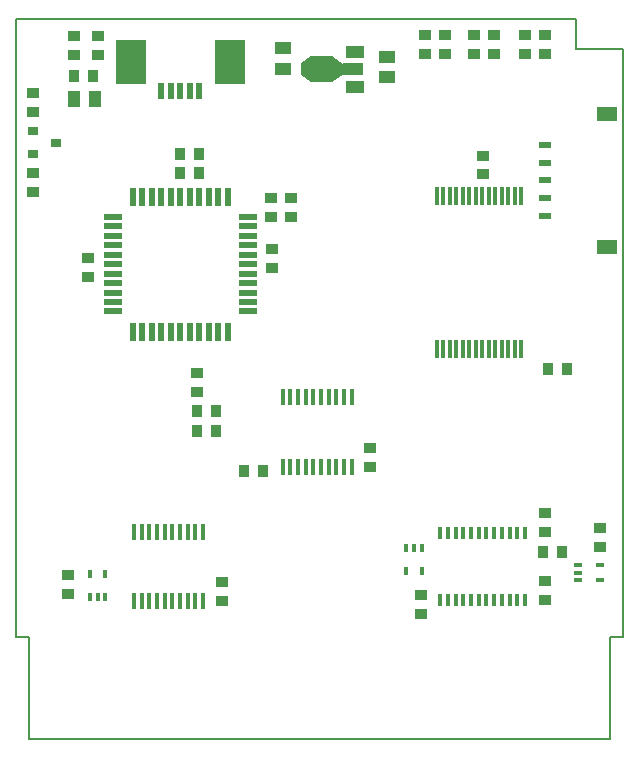
<source format=gbr>
G04 #@! TF.GenerationSoftware,KiCad,Pcbnew,5.0.0-rc2-unknown-01c2d93~65~ubuntu18.04.1*
G04 #@! TF.CreationDate,2018-07-04T16:37:19+03:00*
G04 #@! TF.ProjectId,GB-LIVE32,47422D4C49564533322E6B696361645F,v2.0*
G04 #@! TF.SameCoordinates,Original*
G04 #@! TF.FileFunction,Paste,Top*
G04 #@! TF.FilePolarity,Positive*
%FSLAX46Y46*%
G04 Gerber Fmt 4.6, Leading zero omitted, Abs format (unit mm)*
G04 Created by KiCad (PCBNEW 5.0.0-rc2-unknown-01c2d93~65~ubuntu18.04.1) date Wed Jul  4 16:37:19 2018*
%MOMM*%
%LPD*%
G01*
G04 APERTURE LIST*
%ADD10C,0.150000*%
%ADD11R,0.350000X1.500000*%
%ADD12R,1.000000X0.600000*%
%ADD13R,1.800000X1.250000*%
%ADD14R,1.400000X1.120000*%
%ADD15R,0.820000X1.000000*%
%ADD16R,1.000000X0.820000*%
%ADD17R,1.120000X1.400000*%
%ADD18R,0.900000X0.800000*%
%ADD19R,0.500000X1.400000*%
%ADD20R,2.500000X3.800000*%
%ADD21C,0.850000*%
%ADD22C,0.100000*%
%ADD23R,1.500000X1.000000*%
%ADD24R,1.800000X1.000000*%
%ADD25R,1.840000X2.200000*%
%ADD26C,1.000000*%
%ADD27R,0.550000X1.500000*%
%ADD28R,1.500000X0.550000*%
%ADD29R,0.400000X0.650000*%
%ADD30R,0.400000X1.100000*%
%ADD31R,0.450000X1.450000*%
%ADD32R,0.650000X0.400000*%
G04 APERTURE END LIST*
D10*
X121700000Y-41600000D02*
X125700000Y-41600000D01*
X121700000Y-39000000D02*
X121700000Y-41600000D01*
X125700000Y-41600000D02*
X125700000Y-91400000D01*
X74300000Y-39000000D02*
X121700000Y-39000000D01*
X74300000Y-91400000D02*
X74300000Y-39000000D01*
X124600000Y-91400000D02*
X125700000Y-91400000D01*
X75400000Y-91400000D02*
X74300000Y-91400000D01*
X124600000Y-91400000D02*
X124600000Y-100000000D01*
X75400000Y-100000000D02*
X124600000Y-100000000D01*
X75400000Y-91400000D02*
X75400000Y-100000000D01*
D11*
G04 #@! TO.C,U3*
X109925000Y-54050000D03*
X109925000Y-66950000D03*
X110475000Y-54050000D03*
X110475000Y-66950000D03*
X111025000Y-54050000D03*
X111025000Y-66950000D03*
X111575000Y-54050000D03*
X111575000Y-66950000D03*
X112125000Y-54050000D03*
X112125000Y-66950000D03*
X112675000Y-54050000D03*
X112675000Y-66950000D03*
X113225000Y-54050000D03*
X113225000Y-66950000D03*
X113775000Y-54050000D03*
X113775000Y-66950000D03*
X114325000Y-54050000D03*
X114325000Y-66950000D03*
X114875000Y-54050000D03*
X114875000Y-66950000D03*
X115425000Y-54050000D03*
X115425000Y-66950000D03*
X115975000Y-54050000D03*
X115975000Y-66950000D03*
X116525000Y-54050000D03*
X116525000Y-66950000D03*
X117075000Y-54050000D03*
X117075000Y-66950000D03*
G04 #@! TD*
D12*
G04 #@! TO.C,J1*
X119105000Y-49700000D03*
X119105000Y-51200000D03*
X119105000Y-52700000D03*
X119105000Y-54200000D03*
X119105000Y-55700000D03*
D13*
X124295000Y-47095000D03*
X124295000Y-58305000D03*
G04 #@! TD*
D14*
G04 #@! TO.C,C1*
X96900000Y-43280000D03*
X96900000Y-41520000D03*
G04 #@! TD*
D15*
G04 #@! TO.C,C2*
X89800000Y-52100000D03*
X88200000Y-52100000D03*
G04 #@! TD*
D14*
G04 #@! TO.C,C3*
X105700000Y-43980000D03*
X105700000Y-42220000D03*
G04 #@! TD*
D16*
G04 #@! TO.C,C4*
X97600000Y-55800000D03*
X97600000Y-54200000D03*
G04 #@! TD*
D15*
G04 #@! TO.C,C5*
X91200000Y-73900000D03*
X89600000Y-73900000D03*
G04 #@! TD*
D16*
G04 #@! TO.C,C6*
X80400000Y-59300000D03*
X80400000Y-60900000D03*
G04 #@! TD*
G04 #@! TO.C,C7*
X96000000Y-60100000D03*
X96000000Y-58500000D03*
G04 #@! TD*
G04 #@! TO.C,C8*
X113800000Y-52200000D03*
X113800000Y-50600000D03*
G04 #@! TD*
G04 #@! TO.C,C9*
X81200000Y-40500000D03*
X81200000Y-42100000D03*
G04 #@! TD*
D15*
G04 #@! TO.C,C10*
X80800000Y-43900000D03*
X79200000Y-43900000D03*
G04 #@! TD*
D17*
G04 #@! TO.C,C11*
X80980000Y-45800000D03*
X79220000Y-45800000D03*
G04 #@! TD*
D16*
G04 #@! TO.C,C12*
X78700000Y-86100000D03*
X78700000Y-87700000D03*
G04 #@! TD*
G04 #@! TO.C,C13*
X108600000Y-89400000D03*
X108600000Y-87800000D03*
G04 #@! TD*
G04 #@! TO.C,C14*
X91700000Y-88300000D03*
X91700000Y-86700000D03*
G04 #@! TD*
G04 #@! TO.C,C15*
X104300000Y-77000000D03*
X104300000Y-75400000D03*
G04 #@! TD*
G04 #@! TO.C,C16*
X119100000Y-80900000D03*
X119100000Y-82500000D03*
G04 #@! TD*
G04 #@! TO.C,C17*
X123700000Y-82100000D03*
X123700000Y-83700000D03*
G04 #@! TD*
G04 #@! TO.C,C18*
X119100000Y-88200000D03*
X119100000Y-86600000D03*
G04 #@! TD*
D18*
G04 #@! TO.C,D1*
X75700000Y-48550000D03*
X75700000Y-50450000D03*
X77700000Y-49500000D03*
G04 #@! TD*
D16*
G04 #@! TO.C,D2*
X110600000Y-40400000D03*
X110600000Y-42000000D03*
G04 #@! TD*
G04 #@! TO.C,D3*
X119100000Y-40400000D03*
X119100000Y-42000000D03*
G04 #@! TD*
G04 #@! TO.C,D4*
X114800000Y-40400000D03*
X114800000Y-42000000D03*
G04 #@! TD*
G04 #@! TO.C,F1*
X75700000Y-52100000D03*
X75700000Y-53700000D03*
G04 #@! TD*
G04 #@! TO.C,F2*
X75700000Y-45300000D03*
X75700000Y-46900000D03*
G04 #@! TD*
D19*
G04 #@! TO.C,J2*
X89800000Y-45100000D03*
X89000000Y-45100000D03*
X88200000Y-45100000D03*
X87400000Y-45100000D03*
X86600000Y-45100000D03*
D20*
X92400000Y-42700000D03*
X84000000Y-42700000D03*
G04 #@! TD*
D16*
G04 #@! TO.C,L1*
X79200000Y-42100000D03*
X79200000Y-40500000D03*
G04 #@! TD*
G04 #@! TO.C,R1*
X108900000Y-42000000D03*
X108900000Y-40400000D03*
G04 #@! TD*
D15*
G04 #@! TO.C,R2*
X119300000Y-68700000D03*
X120900000Y-68700000D03*
G04 #@! TD*
G04 #@! TO.C,R3*
X95200000Y-77300000D03*
X93600000Y-77300000D03*
G04 #@! TD*
D16*
G04 #@! TO.C,R4*
X117400000Y-42000000D03*
X117400000Y-40400000D03*
G04 #@! TD*
G04 #@! TO.C,R5*
X113100000Y-42000000D03*
X113100000Y-40400000D03*
G04 #@! TD*
G04 #@! TO.C,R6*
X89600000Y-69000000D03*
X89600000Y-70600000D03*
G04 #@! TD*
G04 #@! TO.C,R7*
X95900000Y-55800000D03*
X95900000Y-54200000D03*
G04 #@! TD*
D15*
G04 #@! TO.C,R8*
X89600000Y-72200000D03*
X91200000Y-72200000D03*
G04 #@! TD*
G04 #@! TO.C,R9*
X118900000Y-84200000D03*
X120500000Y-84200000D03*
G04 #@! TD*
D21*
G04 #@! TO.C,U1*
X98833000Y-43300000D03*
D22*
G36*
X99258000Y-44400000D02*
X98408000Y-43800000D01*
X98408000Y-42800000D01*
X99258000Y-42200000D01*
X99258000Y-44400000D01*
X99258000Y-44400000D01*
G37*
D23*
X102980000Y-44800000D03*
D24*
X102833500Y-43300000D03*
D23*
X102980000Y-41800000D03*
D25*
X100166500Y-43300000D03*
D26*
X101576200Y-43300000D03*
D22*
G36*
X101076200Y-42200000D02*
X102076200Y-42900000D01*
X102076200Y-43700000D01*
X101076200Y-44400000D01*
X101076200Y-42200000D01*
X101076200Y-42200000D01*
G37*
G04 #@! TD*
D27*
G04 #@! TO.C,U2*
X84200000Y-54100000D03*
X85000000Y-54100000D03*
X85800000Y-54100000D03*
X86600000Y-54100000D03*
X87400000Y-54100000D03*
X88200000Y-54100000D03*
X89000000Y-54100000D03*
X89800000Y-54100000D03*
X90600000Y-54100000D03*
X91400000Y-54100000D03*
X92200000Y-54100000D03*
D28*
X93900000Y-55800000D03*
X93900000Y-56600000D03*
X93900000Y-57400000D03*
X93900000Y-58200000D03*
X93900000Y-59000000D03*
X93900000Y-59800000D03*
X93900000Y-60600000D03*
X93900000Y-61400000D03*
X93900000Y-62200000D03*
X93900000Y-63000000D03*
X93900000Y-63800000D03*
D27*
X92200000Y-65500000D03*
X91400000Y-65500000D03*
X90600000Y-65500000D03*
X89800000Y-65500000D03*
X89000000Y-65500000D03*
X88200000Y-65500000D03*
X87400000Y-65500000D03*
X86600000Y-65500000D03*
X85800000Y-65500000D03*
X85000000Y-65500000D03*
X84200000Y-65500000D03*
D28*
X82500000Y-63800000D03*
X82500000Y-63000000D03*
X82500000Y-62200000D03*
X82500000Y-61400000D03*
X82500000Y-60600000D03*
X82500000Y-59800000D03*
X82500000Y-59000000D03*
X82500000Y-58200000D03*
X82500000Y-57400000D03*
X82500000Y-56600000D03*
X82500000Y-55800000D03*
G04 #@! TD*
D29*
G04 #@! TO.C,U4*
X108650000Y-83850000D03*
X107350000Y-83850000D03*
X108000000Y-83850000D03*
X107350000Y-85750000D03*
X108650000Y-85750000D03*
G04 #@! TD*
D30*
G04 #@! TO.C,U5*
X117375000Y-82550000D03*
X116725000Y-82550000D03*
X116075000Y-82550000D03*
X115425000Y-82550000D03*
X114775000Y-82550000D03*
X114125000Y-82550000D03*
X113475000Y-82550000D03*
X112825000Y-82550000D03*
X112175000Y-82550000D03*
X111525000Y-82550000D03*
X110875000Y-82550000D03*
X110225000Y-82550000D03*
X110225000Y-88250000D03*
X110875000Y-88250000D03*
X111525000Y-88250000D03*
X112175000Y-88250000D03*
X112825000Y-88250000D03*
X113475000Y-88250000D03*
X114125000Y-88250000D03*
X114775000Y-88250000D03*
X115425000Y-88250000D03*
X116075000Y-88250000D03*
X116725000Y-88250000D03*
X117375000Y-88250000D03*
G04 #@! TD*
D31*
G04 #@! TO.C,U6*
X102725000Y-76950000D03*
X102075000Y-76950000D03*
X101425000Y-76950000D03*
X100775000Y-76950000D03*
X100125000Y-76950000D03*
X99475000Y-76950000D03*
X98825000Y-76950000D03*
X98175000Y-76950000D03*
X97525000Y-76950000D03*
X96875000Y-76950000D03*
X96875000Y-71050000D03*
X97525000Y-71050000D03*
X98175000Y-71050000D03*
X98825000Y-71050000D03*
X99475000Y-71050000D03*
X100125000Y-71050000D03*
X100775000Y-71050000D03*
X101425000Y-71050000D03*
X102075000Y-71050000D03*
X102725000Y-71050000D03*
G04 #@! TD*
G04 #@! TO.C,U7*
X90125000Y-82450000D03*
X89475000Y-82450000D03*
X88825000Y-82450000D03*
X88175000Y-82450000D03*
X87525000Y-82450000D03*
X86875000Y-82450000D03*
X86225000Y-82450000D03*
X85575000Y-82450000D03*
X84925000Y-82450000D03*
X84275000Y-82450000D03*
X84275000Y-88350000D03*
X84925000Y-88350000D03*
X85575000Y-88350000D03*
X86225000Y-88350000D03*
X86875000Y-88350000D03*
X87525000Y-88350000D03*
X88175000Y-88350000D03*
X88825000Y-88350000D03*
X89475000Y-88350000D03*
X90125000Y-88350000D03*
G04 #@! TD*
D29*
G04 #@! TO.C,U8*
X80550000Y-87950000D03*
X81850000Y-87950000D03*
X81200000Y-87950000D03*
X81850000Y-86050000D03*
X80550000Y-86050000D03*
G04 #@! TD*
D32*
G04 #@! TO.C,U9*
X123750000Y-85250000D03*
X123750000Y-86550000D03*
X121850000Y-85900000D03*
X121850000Y-86550000D03*
X121850000Y-85250000D03*
G04 #@! TD*
D15*
G04 #@! TO.C,R10*
X88200000Y-50500000D03*
X89800000Y-50500000D03*
G04 #@! TD*
M02*

</source>
